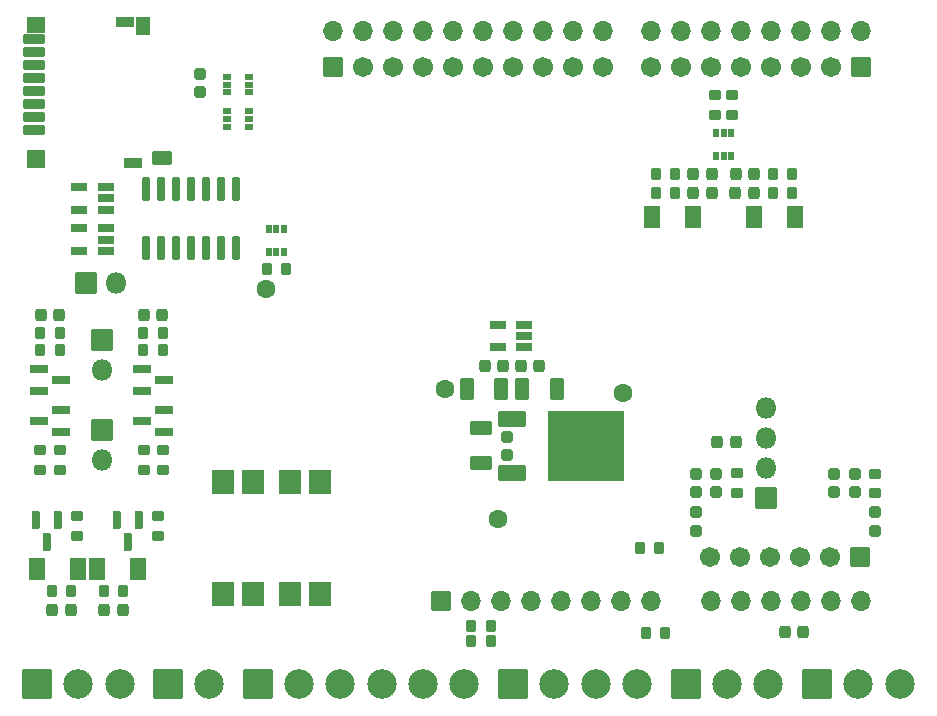
<source format=gts>
%TF.GenerationSoftware,KiCad,Pcbnew,(6.0.1-0)*%
%TF.CreationDate,2022-02-06T09:10:28-08:00*%
%TF.ProjectId,power-wedge-control,706f7765-722d-4776-9564-67652d636f6e,1*%
%TF.SameCoordinates,Original*%
%TF.FileFunction,Soldermask,Top*%
%TF.FilePolarity,Negative*%
%FSLAX46Y46*%
G04 Gerber Fmt 4.6, Leading zero omitted, Abs format (unit mm)*
G04 Created by KiCad (PCBNEW (6.0.1-0)) date 2022-02-06 09:10:28*
%MOMM*%
%LPD*%
G01*
G04 APERTURE LIST*
G04 Aperture macros list*
%AMRoundRect*
0 Rectangle with rounded corners*
0 $1 Rounding radius*
0 $2 $3 $4 $5 $6 $7 $8 $9 X,Y pos of 4 corners*
0 Add a 4 corners polygon primitive as box body*
4,1,4,$2,$3,$4,$5,$6,$7,$8,$9,$2,$3,0*
0 Add four circle primitives for the rounded corners*
1,1,$1+$1,$2,$3*
1,1,$1+$1,$4,$5*
1,1,$1+$1,$6,$7*
1,1,$1+$1,$8,$9*
0 Add four rect primitives between the rounded corners*
20,1,$1+$1,$2,$3,$4,$5,0*
20,1,$1+$1,$4,$5,$6,$7,0*
20,1,$1+$1,$6,$7,$8,$9,0*
20,1,$1+$1,$8,$9,$2,$3,0*%
G04 Aperture macros list end*
%ADD10RoundRect,0.050800X-1.200000X-1.200000X1.200000X-1.200000X1.200000X1.200000X-1.200000X1.200000X0*%
%ADD11C,2.501600*%
%ADD12RoundRect,0.050800X0.850000X-0.850000X0.850000X0.850000X-0.850000X0.850000X-0.850000X-0.850000X0*%
%ADD13O,1.801600X1.801600*%
%ADD14RoundRect,0.200800X-0.587500X-0.150000X0.587500X-0.150000X0.587500X0.150000X-0.587500X0.150000X0*%
%ADD15RoundRect,0.200800X-0.150000X0.587500X-0.150000X-0.587500X0.150000X-0.587500X0.150000X0.587500X0*%
%ADD16RoundRect,0.250800X0.275000X-0.200000X0.275000X0.200000X-0.275000X0.200000X-0.275000X-0.200000X0*%
%ADD17RoundRect,0.250800X-0.275000X0.200000X-0.275000X-0.200000X0.275000X-0.200000X0.275000X0.200000X0*%
%ADD18RoundRect,0.050800X0.650000X0.850000X-0.650000X0.850000X-0.650000X-0.850000X0.650000X-0.850000X0*%
%ADD19RoundRect,0.050800X-0.650000X-0.850000X0.650000X-0.850000X0.650000X0.850000X-0.650000X0.850000X0*%
%ADD20RoundRect,0.250800X-0.200000X-0.275000X0.200000X-0.275000X0.200000X0.275000X-0.200000X0.275000X0*%
%ADD21RoundRect,0.250800X0.200000X0.275000X-0.200000X0.275000X-0.200000X-0.275000X0.200000X-0.275000X0*%
%ADD22RoundRect,0.275800X0.250000X-0.225000X0.250000X0.225000X-0.250000X0.225000X-0.250000X-0.225000X0*%
%ADD23RoundRect,0.269550X0.256250X-0.218750X0.256250X0.218750X-0.256250X0.218750X-0.256250X-0.218750X0*%
%ADD24RoundRect,0.275800X-0.225000X-0.250000X0.225000X-0.250000X0.225000X0.250000X-0.225000X0.250000X0*%
%ADD25RoundRect,0.200800X0.512500X0.150000X-0.512500X0.150000X-0.512500X-0.150000X0.512500X-0.150000X0*%
%ADD26RoundRect,0.275800X0.225000X0.250000X-0.225000X0.250000X-0.225000X-0.250000X0.225000X-0.250000X0*%
%ADD27RoundRect,0.300800X-0.325000X-0.650000X0.325000X-0.650000X0.325000X0.650000X-0.325000X0.650000X0*%
%ADD28RoundRect,0.269550X-0.218750X-0.256250X0.218750X-0.256250X0.218750X0.256250X-0.218750X0.256250X0*%
%ADD29RoundRect,0.050800X-1.100000X-0.600000X1.100000X-0.600000X1.100000X0.600000X-1.100000X0.600000X0*%
%ADD30RoundRect,0.050800X-3.200000X-2.900000X3.200000X-2.900000X3.200000X2.900000X-3.200000X2.900000X0*%
%ADD31RoundRect,0.200800X0.587500X0.150000X-0.587500X0.150000X-0.587500X-0.150000X0.587500X-0.150000X0*%
%ADD32RoundRect,0.050800X0.890000X-1.000000X0.890000X1.000000X-0.890000X1.000000X-0.890000X-1.000000X0*%
%ADD33RoundRect,0.050800X0.325000X0.200000X-0.325000X0.200000X-0.325000X-0.200000X0.325000X-0.200000X0*%
%ADD34RoundRect,0.050800X-0.875000X0.350000X-0.875000X-0.350000X0.875000X-0.350000X0.875000X0.350000X0*%
%ADD35RoundRect,0.050800X-0.500000X0.725000X-0.500000X-0.725000X0.500000X-0.725000X0.500000X0.725000X0*%
%ADD36RoundRect,0.050800X-0.775000X0.500000X-0.775000X-0.500000X0.775000X-0.500000X0.775000X0.500000X0*%
%ADD37RoundRect,0.050800X-0.750000X0.750000X-0.750000X-0.750000X0.750000X-0.750000X0.750000X0.750000X0*%
%ADD38RoundRect,0.050800X-0.750000X0.400000X-0.750000X-0.400000X0.750000X-0.400000X0.750000X0.400000X0*%
%ADD39RoundRect,0.050800X-0.750000X0.650000X-0.750000X-0.650000X0.750000X-0.650000X0.750000X0.650000X0*%
%ADD40RoundRect,0.050800X-0.700000X0.400000X-0.700000X-0.400000X0.700000X-0.400000X0.700000X0.400000X0*%
%ADD41RoundRect,0.200800X-0.150000X0.825000X-0.150000X-0.825000X0.150000X-0.825000X0.150000X0.825000X0*%
%ADD42RoundRect,0.269550X0.218750X0.256250X-0.218750X0.256250X-0.218750X-0.256250X0.218750X-0.256250X0*%
%ADD43RoundRect,0.300800X0.325000X0.650000X-0.325000X0.650000X-0.325000X-0.650000X0.325000X-0.650000X0*%
%ADD44RoundRect,0.300800X0.650000X-0.325000X0.650000X0.325000X-0.650000X0.325000X-0.650000X-0.325000X0*%
%ADD45RoundRect,0.050800X0.200000X-0.325000X0.200000X0.325000X-0.200000X0.325000X-0.200000X-0.325000X0*%
%ADD46C,1.601600*%
%ADD47RoundRect,0.050800X-0.800000X0.800000X-0.800000X-0.800000X0.800000X-0.800000X0.800000X0.800000X0*%
%ADD48C,1.701600*%
%ADD49O,1.701600X1.701600*%
%ADD50RoundRect,0.050800X0.850000X0.850000X-0.850000X0.850000X-0.850000X-0.850000X0.850000X-0.850000X0*%
%ADD51RoundRect,0.050800X-0.850000X-0.850000X0.850000X-0.850000X0.850000X0.850000X-0.850000X0.850000X0*%
%ADD52RoundRect,0.050800X0.800000X-0.800000X0.800000X0.800000X-0.800000X0.800000X-0.800000X-0.800000X0*%
G04 APERTURE END LIST*
D10*
%TO.C,J1*%
X126908800Y-134655400D03*
D11*
X130408800Y-134655400D03*
%TD*%
D10*
%TO.C,J2*%
X115830800Y-134655400D03*
D11*
X119330800Y-134655400D03*
X122830800Y-134655400D03*
%TD*%
D12*
%TO.C,J3*%
X120000000Y-100700000D03*
D13*
X122540000Y-100700000D03*
%TD*%
D14*
%TO.C,Q1*%
X124722200Y-107945000D03*
X124722200Y-109845000D03*
X126597200Y-108895000D03*
%TD*%
D15*
%TO.C,Q2*%
X124466000Y-120756200D03*
X122566000Y-120756200D03*
X123516000Y-122631200D03*
%TD*%
%TO.C,Q4*%
X117608000Y-120756200D03*
X115708000Y-120756200D03*
X116658000Y-122631200D03*
%TD*%
D16*
%TO.C,R2*%
X124874500Y-116499600D03*
X124874500Y-114849600D03*
%TD*%
D17*
%TO.C,R3*%
X126056000Y-120434600D03*
X126056000Y-122084600D03*
%TD*%
D16*
%TO.C,R5*%
X116111500Y-116499600D03*
X116111500Y-114849600D03*
%TD*%
D18*
%TO.C,D1*%
X124402400Y-124866400D03*
X120902400Y-124866400D03*
%TD*%
D19*
%TO.C,D2*%
X115822400Y-124866400D03*
X119322400Y-124866400D03*
%TD*%
D14*
%TO.C,Q3*%
X115972200Y-107945000D03*
X115972200Y-109845000D03*
X117847200Y-108895000D03*
%TD*%
D17*
%TO.C,R6*%
X119198000Y-120434600D03*
X119198000Y-122084600D03*
%TD*%
D20*
%TO.C,R4*%
X116084700Y-106395000D03*
X117734700Y-106395000D03*
%TD*%
D21*
%TO.C,R1*%
X126484700Y-106395000D03*
X124834700Y-106395000D03*
%TD*%
D22*
%TO.C,C1*%
X173350000Y-118400000D03*
X173350000Y-116850000D03*
%TD*%
%TO.C,C2*%
X185041600Y-118427800D03*
X185041600Y-116877800D03*
%TD*%
%TO.C,C3*%
X171600000Y-118400000D03*
X171600000Y-116850000D03*
%TD*%
%TO.C,C4*%
X183291600Y-118427800D03*
X183291600Y-116877800D03*
%TD*%
D10*
%TO.C,J4*%
X170744000Y-134631200D03*
D11*
X174244000Y-134631200D03*
X177744000Y-134631200D03*
%TD*%
D10*
%TO.C,J5*%
X181869200Y-134631200D03*
D11*
X185369200Y-134631200D03*
X188869200Y-134631200D03*
%TD*%
D23*
%TO.C,L1*%
X171600000Y-121687500D03*
X171600000Y-120112500D03*
%TD*%
%TO.C,L2*%
X186800000Y-121687500D03*
X186800000Y-120112500D03*
%TD*%
D24*
%TO.C,C10*%
X171400000Y-93064000D03*
X172950000Y-93064000D03*
%TD*%
D20*
%TO.C,R14*%
X116084700Y-104895000D03*
X117734700Y-104895000D03*
%TD*%
D21*
%TO.C,R24*%
X168513000Y-123131000D03*
X166863000Y-123131000D03*
%TD*%
D24*
%TO.C,C9*%
X171400000Y-91442000D03*
X172950000Y-91442000D03*
%TD*%
D17*
%TO.C,R19*%
X173200000Y-84775000D03*
X173200000Y-86425000D03*
%TD*%
D25*
%TO.C,U11*%
X121627500Y-94475000D03*
X121627500Y-93525000D03*
X121627500Y-92575000D03*
X119352500Y-92575000D03*
X119352500Y-94475000D03*
%TD*%
D26*
%TO.C,C8*%
X158310800Y-107718800D03*
X156760800Y-107718800D03*
%TD*%
D25*
%TO.C,U10*%
X121627500Y-97975000D03*
X121627500Y-97025000D03*
X121627500Y-96075000D03*
X119352500Y-96075000D03*
X119352500Y-97975000D03*
%TD*%
D17*
%TO.C,R7*%
X175100000Y-116800000D03*
X175100000Y-118450000D03*
%TD*%
D27*
%TO.C,C14*%
X152200000Y-109700000D03*
X155150000Y-109700000D03*
%TD*%
D22*
%TO.C,C6*%
X155656200Y-115250200D03*
X155656200Y-113700200D03*
%TD*%
D28*
%TO.C,LED3*%
X124872200Y-103395000D03*
X126447200Y-103395000D03*
%TD*%
D29*
%TO.C,U1*%
X156028200Y-112195200D03*
D30*
X162328200Y-114475200D03*
D29*
X156028200Y-116755200D03*
%TD*%
D20*
%TO.C,R18*%
X178121000Y-93064000D03*
X179771000Y-93064000D03*
%TD*%
D22*
%TO.C,C16*%
X129590800Y-84544200D03*
X129590800Y-82994200D03*
%TD*%
D21*
%TO.C,R25*%
X169013000Y-130331000D03*
X167363000Y-130331000D03*
%TD*%
D24*
%TO.C,C13*%
X179158600Y-130251200D03*
X180708600Y-130251200D03*
%TD*%
D31*
%TO.C,Q5*%
X117847200Y-113345000D03*
X117847200Y-111445000D03*
X115972200Y-112395000D03*
%TD*%
D26*
%TO.C,C12*%
X176525000Y-91442000D03*
X174975000Y-91442000D03*
%TD*%
D28*
%TO.C,LED1*%
X121509300Y-128371600D03*
X123084300Y-128371600D03*
%TD*%
D24*
%TO.C,C15*%
X153712800Y-107718800D03*
X155262800Y-107718800D03*
%TD*%
D20*
%TO.C,R21*%
X152591000Y-130962400D03*
X154241000Y-130962400D03*
%TD*%
%TO.C,R9*%
X121471800Y-126796800D03*
X123121800Y-126796800D03*
%TD*%
D32*
%TO.C,U7*%
X137261600Y-127040600D03*
X139801600Y-127040600D03*
X139801600Y-117510600D03*
X137261600Y-117510600D03*
%TD*%
D33*
%TO.C,U5*%
X133800000Y-87450000D03*
X133800000Y-86800000D03*
X133800000Y-86150000D03*
X131900000Y-86150000D03*
X131900000Y-86800000D03*
X131900000Y-87450000D03*
%TD*%
D20*
%TO.C,R15*%
X168215000Y-91442000D03*
X169865000Y-91442000D03*
%TD*%
D21*
%TO.C,R13*%
X126484700Y-104895000D03*
X124834700Y-104895000D03*
%TD*%
D34*
%TO.C,J9*%
X115580000Y-87726200D03*
X115580000Y-86626200D03*
X115580000Y-85526200D03*
X115580000Y-84426200D03*
X115580000Y-83326200D03*
X115580000Y-82226200D03*
X115580000Y-81126200D03*
X115580000Y-80026200D03*
D35*
X124805000Y-78901200D03*
D36*
X126380000Y-90126200D03*
D37*
X115705000Y-90176200D03*
D38*
X123305000Y-78576200D03*
D39*
X115705000Y-78826200D03*
D40*
X123955000Y-90526200D03*
%TD*%
D41*
%TO.C,U8*%
X132700000Y-92750000D03*
X131430000Y-92750000D03*
X130160000Y-92750000D03*
X128890000Y-92750000D03*
X127620000Y-92750000D03*
X126350000Y-92750000D03*
X125080000Y-92750000D03*
X125080000Y-97700000D03*
X126350000Y-97700000D03*
X127620000Y-97700000D03*
X128890000Y-97700000D03*
X130160000Y-97700000D03*
X131430000Y-97700000D03*
X132700000Y-97700000D03*
%TD*%
D42*
%TO.C,LED4*%
X117697200Y-103395000D03*
X116122200Y-103395000D03*
%TD*%
%TO.C,LED2*%
X118664700Y-128371600D03*
X117089700Y-128371600D03*
%TD*%
D20*
%TO.C,R22*%
X152591000Y-129743200D03*
X154241000Y-129743200D03*
%TD*%
D25*
%TO.C,U3*%
X157098500Y-106128800D03*
X157098500Y-105178800D03*
X157098500Y-104228800D03*
X154823500Y-104228800D03*
X154823500Y-106128800D03*
%TD*%
D10*
%TO.C,J6*%
X134498800Y-134655400D03*
D11*
X137998800Y-134655400D03*
X141498800Y-134655400D03*
X144998800Y-134655400D03*
X148498800Y-134655400D03*
X151998800Y-134655400D03*
%TD*%
D18*
%TO.C,D3*%
X171400000Y-95064000D03*
X167900000Y-95064000D03*
%TD*%
D21*
%TO.C,R23*%
X136915000Y-99475000D03*
X135265000Y-99475000D03*
%TD*%
D10*
%TO.C,J7*%
X156113600Y-134655400D03*
D11*
X159613600Y-134655400D03*
X163113600Y-134655400D03*
X166613600Y-134655400D03*
%TD*%
D28*
%TO.C,L3*%
X173431100Y-114122200D03*
X175006100Y-114122200D03*
%TD*%
D17*
%TO.C,R8*%
X186791600Y-116827800D03*
X186791600Y-118477800D03*
%TD*%
D19*
%TO.C,D4*%
X176500000Y-95064000D03*
X180000000Y-95064000D03*
%TD*%
D21*
%TO.C,R10*%
X118702200Y-126796800D03*
X117052200Y-126796800D03*
%TD*%
D31*
%TO.C,Q6*%
X126597200Y-113345000D03*
X126597200Y-111445000D03*
X124722200Y-112395000D03*
%TD*%
D26*
%TO.C,C11*%
X176500000Y-93064000D03*
X174950000Y-93064000D03*
%TD*%
D43*
%TO.C,C7*%
X159823600Y-109700000D03*
X156873600Y-109700000D03*
%TD*%
D17*
%TO.C,R20*%
X174700000Y-84775000D03*
X174700000Y-86425000D03*
%TD*%
D21*
%TO.C,R16*%
X169865000Y-93064000D03*
X168215000Y-93064000D03*
%TD*%
%TO.C,R17*%
X179771000Y-91442000D03*
X178121000Y-91442000D03*
%TD*%
D44*
%TO.C,C5*%
X153421000Y-115950200D03*
X153421000Y-113000200D03*
%TD*%
D17*
%TO.C,R11*%
X117762500Y-114849600D03*
X117762500Y-116499600D03*
%TD*%
D32*
%TO.C,U4*%
X131572000Y-127040600D03*
X134112000Y-127040600D03*
X134112000Y-117510600D03*
X131572000Y-117510600D03*
%TD*%
D45*
%TO.C,U9*%
X135440000Y-98025000D03*
X136090000Y-98025000D03*
X136740000Y-98025000D03*
X136740000Y-96125000D03*
X136090000Y-96125000D03*
X135440000Y-96125000D03*
%TD*%
D33*
%TO.C,U6*%
X133800000Y-84550000D03*
X133800000Y-83900000D03*
X133800000Y-83250000D03*
X131900000Y-83250000D03*
X131900000Y-83900000D03*
X131900000Y-84550000D03*
%TD*%
D17*
%TO.C,R12*%
X126525500Y-114849600D03*
X126525500Y-116499600D03*
%TD*%
D45*
%TO.C,U2*%
X173300000Y-89918000D03*
X173950000Y-89918000D03*
X174600000Y-89918000D03*
X174600000Y-88018000D03*
X173950000Y-88018000D03*
X173300000Y-88018000D03*
%TD*%
D46*
%TO.C,TP4*%
X135238000Y-101181000D03*
%TD*%
%TO.C,TP1*%
X154863800Y-120675400D03*
%TD*%
D47*
%TO.C,J10*%
X140843000Y-82372200D03*
D48*
X143383000Y-82372200D03*
X145923000Y-82372200D03*
X148463000Y-82372200D03*
X151003000Y-82372200D03*
X153543000Y-82372200D03*
X156083000Y-82372200D03*
X158623000Y-82372200D03*
X161163000Y-82372200D03*
X163703000Y-82372200D03*
%TD*%
D47*
%TO.C,A1*%
X149987000Y-127635000D03*
D49*
X152527000Y-127635000D03*
X155067000Y-127635000D03*
X157607000Y-127635000D03*
X160147000Y-127635000D03*
X162687000Y-127635000D03*
X165227000Y-127635000D03*
X167767000Y-127635000D03*
X172847000Y-127635000D03*
X175387000Y-127635000D03*
X177927000Y-127635000D03*
X180467000Y-127635000D03*
X183007000Y-127635000D03*
X185547000Y-127635000D03*
X185547000Y-79375000D03*
X183007000Y-79375000D03*
X180467000Y-79375000D03*
X177927000Y-79375000D03*
X175387000Y-79375000D03*
X172847000Y-79375000D03*
X170307000Y-79375000D03*
X167767000Y-79375000D03*
X163707000Y-79375000D03*
X161167000Y-79375000D03*
X158627000Y-79375000D03*
X156087000Y-79375000D03*
X153547000Y-79375000D03*
X151007000Y-79375000D03*
X148467000Y-79375000D03*
X145927000Y-79375000D03*
X143387000Y-79375000D03*
X140847000Y-79375000D03*
%TD*%
D46*
%TO.C,TP2*%
X165404800Y-110032800D03*
%TD*%
D50*
%TO.C,SW1*%
X121325000Y-105525000D03*
D13*
X121325000Y-108065000D03*
%TD*%
D51*
%TO.C,J8*%
X177546000Y-118857000D03*
D13*
X177546000Y-116317000D03*
X177546000Y-113777000D03*
X177546000Y-111237000D03*
%TD*%
D50*
%TO.C,JP1*%
X121318500Y-113129600D03*
D13*
X121318500Y-115669600D03*
%TD*%
D52*
%TO.C,J12*%
X185521600Y-123926600D03*
D48*
X182981600Y-123926600D03*
X180441600Y-123926600D03*
X177901600Y-123926600D03*
X175361600Y-123926600D03*
X172821600Y-123926600D03*
%TD*%
D46*
%TO.C,TP3*%
X150342600Y-109702600D03*
%TD*%
D52*
%TO.C,J11*%
X185552400Y-82372200D03*
D48*
X183012400Y-82372200D03*
X180472400Y-82372200D03*
X177932400Y-82372200D03*
X175392400Y-82372200D03*
X172852400Y-82372200D03*
X170312400Y-82372200D03*
X167772400Y-82372200D03*
%TD*%
M02*

</source>
